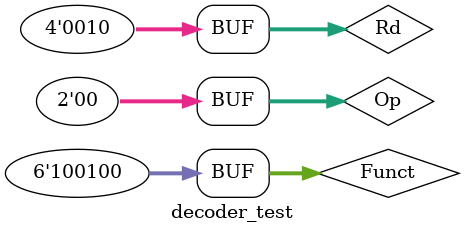
<source format=v>
`timescale 1ns / 1ps


module decoder_test;
    
reg [3:0] Rd = 0;
reg [1:0] Op = 0;
reg [5:0] Funct = 0;
wire PCS;
wire RegW;
wire MemW;
wire MemtoReg;
wire ALUSrc;
wire [1:0] ImmSrc;
wire [1:0] RegSrc;
wire NoWrite;
wire [1:0] ALUControl;
wire [1:0] FlagW;

Decoder uut(Rd,Op,Funct,Pcs,RegW,MemW,MemtoReg,ALUSrc,ImmSrc,RegSrc,NoWrite,ALUControl,FlagW);

initial begin
Op = 2'b00;
Funct = 6'b100100;
Rd = 4'b0010;
end
endmodule

</source>
